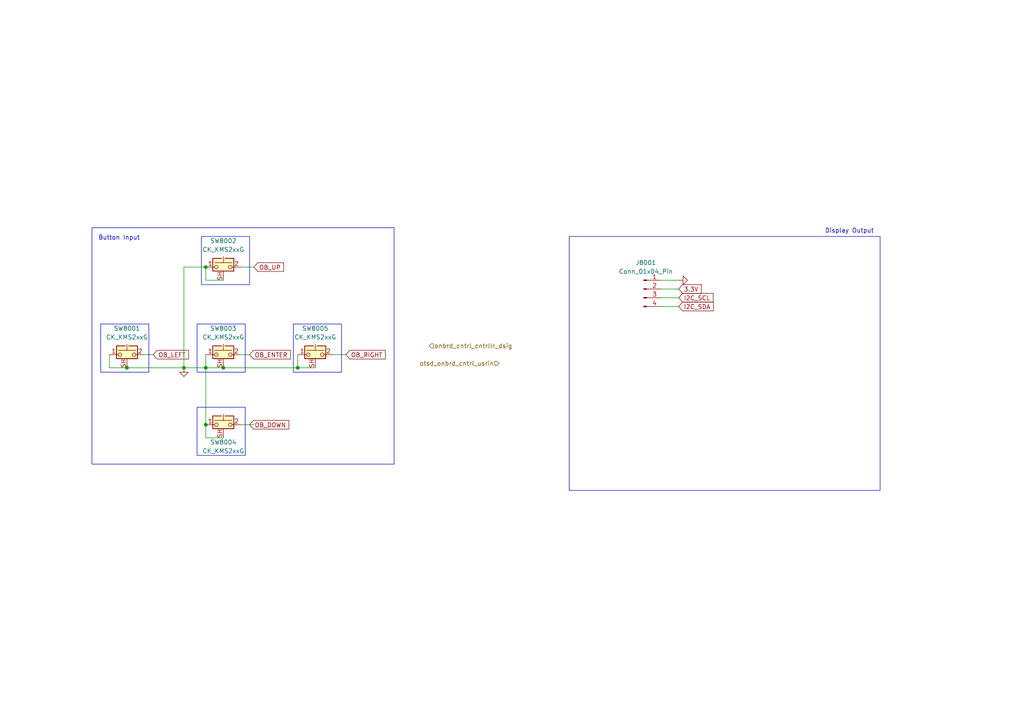
<source format=kicad_sch>
(kicad_sch (version 20231120) (generator "eeschema") (generator_version "8.0")
  (paper "A4")
  (lib_symbols
    (symbol "Connector:Conn_01x04_Pin" (pin_names (offset 1.016) hide)
      (property "Reference" "J" (at 0 5.08 0))
      (property "Value" "Conn_01x04_Pin" (at 0 -7.62 0))
      (symbol "Conn_01x04_Pin_1_1"
        (polyline (pts (xy 1.27 -5.08) (xy 0.8636 -5.08)) (stroke (width 0.1524)))
        (polyline (pts (xy 1.27 -2.54) (xy 0.8636 -2.54)) (stroke (width 0.1524)))
        (polyline (pts (xy 1.27 0) (xy 0.8636 0)) (stroke (width 0.1524)))
        (polyline (pts (xy 1.27 2.54) (xy 0.8636 2.54)) (stroke (width 0.1524)))
        (rectangle (start 0.8636 -4.953) (end 0 -5.207) (stroke (width 0.1524)) (fill (type outline)))
        (rectangle (start 0.8636 -2.413) (end 0 -2.667) (stroke (width 0.1524)) (fill (type outline)))
        (rectangle (start 0.8636 0.127) (end 0 -0.127) (stroke (width 0.1524)) (fill (type outline)))
        (rectangle (start 0.8636 2.667) (end 0 2.413) (stroke (width 0.1524)) (fill (type outline)))
        (pin passive line (at 5.08 2.54 180) (length 3.81) (name "Pin_1") (number "1"))
        (pin passive line (at 5.08 0 180) (length 3.81) (name "Pin_2") (number "2"))
        (pin passive line (at 5.08 -2.54 180) (length 3.81) (name "Pin_3") (number "3"))
        (pin passive line (at 5.08 -5.08 180) (length 3.81) (name "Pin_4") (number "4"))
      )
    )
    (symbol "Switch:CK_KMS2xxG" (pin_names (offset 1.016) hide)
      (property "Reference" "SW" (at 4.318 2.032 0))
      (property "Value" "CK_KMS2xxG" (at 0 4.572 0))
      (symbol "CK_KMS2xxG_0_1"
        (circle (center -2.032 0) (radius 0.508))
        (polyline (pts (xy 0 1.27) (xy 0 3.048)))
        (polyline (pts (xy 2.54 1.27) (xy -2.54 1.27)))
        (polyline (pts (xy 0.508 2.54) (xy 3.048 2.54) (xy 3.048 -1.143) (xy -3.048 -1.143) (xy -3.048 2.54) (xy -0.508 2.54)) (stroke (width -0.0254)))
        (polyline (pts (xy 0.508 2.54) (xy 3.048 2.54) (xy 3.048 -1.143) (xy -3.048 -1.143) (xy -3.048 2.54) (xy -0.508 2.54)) (stroke (width 0.254)))
        (circle (center 2.032 0) (radius 0.508))
        (pin passive line (at -5.08 0 0) (length 2.54) (name "1") (number "1"))
        (pin passive line (at 5.08 0 180) (length 2.54) (name "2") (number "2"))
      )
      (symbol "CK_KMS2xxG_1_1"
        (rectangle (start -3.048 2.54) (end 3.048 -1.27) (stroke (width -0.0254)) (fill (type background)))
        (pin passive line (at 0 -3.81 90) (length 2.54) (name "B") (number "SH"))
      )
    )
    (symbol "power:GND" (power) (pin_numbers hide) (pin_names (offset 0) hide)
      (property "Value" "GND" (at 0 -3.81 0))
      (symbol "GND_0_1"
        (polyline (pts (xy 0 0) (xy 0 -1.27) (xy 1.27 -1.27) (xy 0 -2.54) (xy -1.27 -1.27) (xy 0 -1.27)))
      )
      (symbol "GND_1_1"
        (pin power_in line (at 0 0 270) (length 0) (name "~") (number "1"))
      )
    )
  )
  (junction (at 59.69 123.19))
  (junction (at 59.69 77.47))
  (junction (at 64.77 106.68))
  (junction (at 86.36 106.68))
  (junction (at 59.69 106.68))
  (junction (at 36.83 106.68))
  (junction (at 53.34 106.68))
  (wire (pts (xy 41.91 102.87) (xy 44.45 102.87)))
  (wire (pts (xy 191.77 81.28) (xy 196.85 81.28)))
  (wire (pts (xy 86.36 102.87) (xy 86.36 106.68)))
  (wire (pts (xy 96.52 102.87) (xy 100.33 102.87)))
  (wire (pts (xy 59.69 123.19) (xy 59.69 106.68)))
  (wire (pts (xy 31.75 102.87) (xy 31.75 106.68)))
  (wire (pts (xy 191.77 88.9) (xy 196.85 88.9)))
  (wire (pts (xy 64.77 81.28) (xy 59.69 81.28)))
  (wire (pts (xy 59.69 106.68) (xy 64.77 106.68)))
  (wire (pts (xy 191.77 86.36) (xy 196.85 86.36)))
  (wire (pts (xy 69.85 123.19) (xy 73.66 123.19)))
  (wire (pts (xy 31.75 106.68) (xy 36.83 106.68)))
  (wire (pts (xy 59.69 77.47) (xy 59.69 81.28)))
  (wire (pts (xy 53.34 77.47) (xy 59.69 77.47)))
  (wire (pts (xy 59.69 102.87) (xy 59.69 106.68)))
  (wire (pts (xy 53.34 106.68) (xy 59.69 106.68)))
  (wire (pts (xy 64.77 106.68) (xy 86.36 106.68)))
  (wire (pts (xy 36.83 106.68) (xy 53.34 106.68)))
  (wire (pts (xy 59.69 123.19) (xy 59.69 127)))
  (wire (pts (xy 86.36 106.68) (xy 91.44 106.68)))
  (wire (pts (xy 59.69 127) (xy 64.77 127)))
  (wire (pts (xy 53.34 77.47) (xy 53.34 106.68)))
  (wire (pts (xy 191.77 83.82) (xy 196.85 83.82)))
  (wire (pts (xy 69.85 102.87) (xy 72.39 102.87)))
  (wire (pts (xy 69.85 77.47) (xy 73.66 77.47)))
  (rectangle (start 85.09 93.98) (end 99.06 107.95))
  (rectangle (start 58.42 68.58) (end 72.39 82.55))
  (rectangle (start 29.21 93.98) (end 43.18 107.95))
  (rectangle (start 26.67 66.04) (end 114.3 134.62))
  (rectangle (start 165.1 68.58) (end 255.27 142.24))
  (rectangle (start 57.15 118.11) (end 71.12 132.08))
  (rectangle (start 57.15 93.98) (end 71.12 107.95))
  (text "Display Output" (at 246.38 67.056 0) (effects (font (size 1.27 1.27))))
  (text "Button Input" (at 34.544 69.088 0) (effects (font (size 1.27 1.27))))
  (global_label "I2C_SCL" (shape input) (at 196.85 86.36 0) (property "Intersheetrefs" "${INTERSHEET_REFS}" (effects (hide yes))))
  (global_label "OB_ENTER" (shape input) (at 72.39 102.87 0) (property "Intersheetrefs" "${INTERSHEET_REFS}" (effects (hide yes))))
  (global_label "OB_DOWN" (shape input) (at 72.39 123.19 0) (property "Intersheetrefs" "${INTERSHEET_REFS}" (effects (hide yes))))
  (global_label "3.3V" (shape input) (at 196.85 83.82 0) (property "Intersheetrefs" "${INTERSHEET_REFS}" (effects (hide yes))))
  (global_label "OB_RIGHT" (shape input) (at 100.33 102.87 0) (property "Intersheetrefs" "${INTERSHEET_REFS}" (effects (hide yes))))
  (global_label "OB_LEFT" (shape input) (at 44.45 102.87 0) (property "Intersheetrefs" "${INTERSHEET_REFS}" (effects (hide yes))))
  (global_label "OB_UP" (shape input) (at 73.66 77.47 0) (property "Intersheetrefs" "${INTERSHEET_REFS}" (effects (hide yes))))
  (global_label "I2C_SDA" (shape input) (at 196.85 88.9 0) (property "Intersheetrefs" "${INTERSHEET_REFS}" (effects (hide yes))))
  (hierarchical_label "onbrd_cntrl_cntrllr_dsig" (shape input) (at 124.46 100.33 0))
  (hierarchical_label "otsd_onbrd_cntrl_usrin" (shape input) (at 144.78 105.41 180))
  (symbol (lib_id "power:GND") (at 196.85 81.28 90) (unit 1)
    (property "Reference" "#PWR08001" (effects (hide yes)))
    (property "Value" "GND" (effects (hide yes)))
    (property "Description" "Power symbol creates a global label with name \"GND\" , ground" (effects (hide yes)))
  )
  (symbol (lib_id "power:GND") (at 53.34 106.68 0) (unit 1)
    (property "Reference" "#PWR08004" (effects (hide yes)))
    (property "Value" "GND" (effects (hide yes)))
    (property "Description" "Power symbol creates a global label with name \"GND\" , ground" (effects (hide yes)))
  )
  (symbol (lib_id "Switch:CK_KMS2xxG") (at 36.83 102.87 0) (unit 1)
    (property "Reference" "SW8001" (at 36.83 95.25 0))
    (property "Value" "CK_KMS2xxG" (at 36.83 97.79 0))
    (property "Footprint" "Button_Switch_SMD:SW_SPST_CK_KMS2xxGP" (effects (hide yes)))
    (property "Datasheet" "https://www.ckswitches.com/media/1482/kms.pdf" (effects (hide yes)))
    (property "Description" "Microminiature SMT Side Actuated, 4.2 x 2.8 x 1.42mm, without pegs, with shield pin" (effects (hide yes)))
  )
  (symbol (lib_id "Switch:CK_KMS2xxG") (at 64.77 123.19 0) (unit 1)
    (property "Reference" "SW8004" (at 64.77 128.27 0))
    (property "Value" "CK_KMS2xxG" (at 64.77 130.81 0))
    (property "Footprint" "Button_Switch_SMD:SW_SPST_CK_KMS2xxGP" (effects (hide yes)))
    (property "Datasheet" "https://www.ckswitches.com/media/1482/kms.pdf" (effects (hide yes)))
    (property "Description" "Microminiature SMT Side Actuated, 4.2 x 2.8 x 1.42mm, without pegs, with shield pin" (effects (hide yes)))
  )
  (symbol (lib_id "Switch:CK_KMS2xxG") (at 91.44 102.87 0) (unit 1)
    (property "Reference" "SW8005" (at 91.44 95.25 0))
    (property "Value" "CK_KMS2xxG" (at 91.44 97.79 0))
    (property "Footprint" "Button_Switch_SMD:SW_SPST_CK_KMS2xxGP" (effects (hide yes)))
    (property "Datasheet" "https://www.ckswitches.com/media/1482/kms.pdf" (effects (hide yes)))
    (property "Description" "Microminiature SMT Side Actuated, 4.2 x 2.8 x 1.42mm, without pegs, with shield pin" (effects (hide yes)))
  )
  (symbol (lib_id "Switch:CK_KMS2xxG") (at 64.77 77.47 0) (unit 1)
    (property "Reference" "SW8002" (at 64.77 69.85 0))
    (property "Value" "CK_KMS2xxG" (at 64.77 72.39 0))
    (property "Footprint" "Button_Switch_SMD:SW_SPST_CK_KMS2xxGP" (effects (hide yes)))
    (property "Datasheet" "https://www.ckswitches.com/media/1482/kms.pdf" (effects (hide yes)))
    (property "Description" "Microminiature SMT Side Actuated, 4.2 x 2.8 x 1.42mm, without pegs, with shield pin" (effects (hide yes)))
  )
  (symbol (lib_id "Switch:CK_KMS2xxG") (at 64.77 102.87 0) (unit 1)
    (property "Reference" "SW8003" (at 64.77 95.25 0))
    (property "Value" "CK_KMS2xxG" (at 64.77 97.79 0))
    (property "Footprint" "Button_Switch_SMD:SW_SPST_CK_KMS2xxGP" (effects (hide yes)))
    (property "Datasheet" "https://www.digikey.com/en/products/detail/c-k/KMS223GP-LFG/679931" (effects (hide yes)))
    (property "Description" "Microminiature SMT Side Actuated, 4.2 x 2.8 x 1.42mm, without pegs, with shield pin" (effects (hide yes)))
  )
  (symbol (lib_id "Connector:Conn_01x04_Pin") (at 186.69 83.82 0) (unit 1)
    (property "Reference" "J8001" (at 187.325 76.2 0))
    (property "Value" "Conn_01x04_Pin" (at 187.325 78.74 0))
    (property "Footprint" "work:CONN_PPTC041LFBN-RC_SUL" (effects (hide yes)))
    (property "Datasheet" "https://www.digikey.com/en/products/detail/sullins-connector-solutions/PPTC041LFBN-RC/810144" (effects (hide yes)))
    (property "Description" "Generic connector, single row, 01x04, script generated" (effects (hide yes)))
  )
)
</source>
